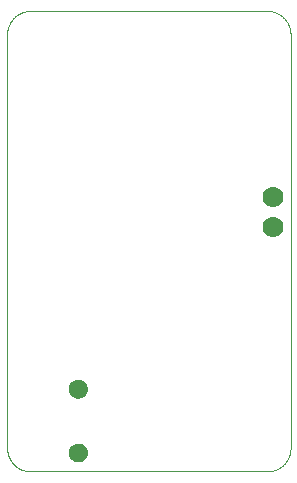
<source format=gbs>
G75*
%MOIN*%
%OFA0B0*%
%FSLAX25Y25*%
%IPPOS*%
%LPD*%
%AMOC8*
5,1,8,0,0,1.08239X$1,22.5*
%
%ADD10C,0.00000*%
%ADD11C,0.06306*%
%ADD12C,0.07000*%
D10*
X0009971Y0009124D02*
X0088711Y0009124D01*
X0088901Y0009126D01*
X0089091Y0009133D01*
X0089281Y0009145D01*
X0089471Y0009161D01*
X0089660Y0009181D01*
X0089849Y0009207D01*
X0090037Y0009236D01*
X0090224Y0009271D01*
X0090410Y0009310D01*
X0090595Y0009353D01*
X0090780Y0009401D01*
X0090963Y0009453D01*
X0091144Y0009509D01*
X0091324Y0009570D01*
X0091503Y0009636D01*
X0091680Y0009705D01*
X0091856Y0009779D01*
X0092029Y0009857D01*
X0092201Y0009940D01*
X0092370Y0010026D01*
X0092538Y0010116D01*
X0092703Y0010211D01*
X0092866Y0010309D01*
X0093026Y0010412D01*
X0093184Y0010518D01*
X0093339Y0010628D01*
X0093492Y0010741D01*
X0093642Y0010859D01*
X0093788Y0010980D01*
X0093932Y0011104D01*
X0094073Y0011232D01*
X0094211Y0011363D01*
X0094346Y0011498D01*
X0094477Y0011636D01*
X0094605Y0011777D01*
X0094729Y0011921D01*
X0094850Y0012067D01*
X0094968Y0012217D01*
X0095081Y0012370D01*
X0095191Y0012525D01*
X0095297Y0012683D01*
X0095400Y0012843D01*
X0095498Y0013006D01*
X0095593Y0013171D01*
X0095683Y0013339D01*
X0095769Y0013508D01*
X0095852Y0013680D01*
X0095930Y0013853D01*
X0096004Y0014029D01*
X0096073Y0014206D01*
X0096139Y0014385D01*
X0096200Y0014565D01*
X0096256Y0014746D01*
X0096308Y0014929D01*
X0096356Y0015114D01*
X0096399Y0015299D01*
X0096438Y0015485D01*
X0096473Y0015672D01*
X0096502Y0015860D01*
X0096528Y0016049D01*
X0096548Y0016238D01*
X0096564Y0016428D01*
X0096576Y0016618D01*
X0096583Y0016808D01*
X0096585Y0016998D01*
X0096585Y0154793D01*
X0096583Y0154983D01*
X0096576Y0155173D01*
X0096564Y0155363D01*
X0096548Y0155553D01*
X0096528Y0155742D01*
X0096502Y0155931D01*
X0096473Y0156119D01*
X0096438Y0156306D01*
X0096399Y0156492D01*
X0096356Y0156677D01*
X0096308Y0156862D01*
X0096256Y0157045D01*
X0096200Y0157226D01*
X0096139Y0157406D01*
X0096073Y0157585D01*
X0096004Y0157762D01*
X0095930Y0157938D01*
X0095852Y0158111D01*
X0095769Y0158283D01*
X0095683Y0158452D01*
X0095593Y0158620D01*
X0095498Y0158785D01*
X0095400Y0158948D01*
X0095297Y0159108D01*
X0095191Y0159266D01*
X0095081Y0159421D01*
X0094968Y0159574D01*
X0094850Y0159724D01*
X0094729Y0159870D01*
X0094605Y0160014D01*
X0094477Y0160155D01*
X0094346Y0160293D01*
X0094211Y0160428D01*
X0094073Y0160559D01*
X0093932Y0160687D01*
X0093788Y0160811D01*
X0093642Y0160932D01*
X0093492Y0161050D01*
X0093339Y0161163D01*
X0093184Y0161273D01*
X0093026Y0161379D01*
X0092866Y0161482D01*
X0092703Y0161580D01*
X0092538Y0161675D01*
X0092370Y0161765D01*
X0092201Y0161851D01*
X0092029Y0161934D01*
X0091856Y0162012D01*
X0091680Y0162086D01*
X0091503Y0162155D01*
X0091324Y0162221D01*
X0091144Y0162282D01*
X0090963Y0162338D01*
X0090780Y0162390D01*
X0090595Y0162438D01*
X0090410Y0162481D01*
X0090224Y0162520D01*
X0090037Y0162555D01*
X0089849Y0162584D01*
X0089660Y0162610D01*
X0089471Y0162630D01*
X0089281Y0162646D01*
X0089091Y0162658D01*
X0088901Y0162665D01*
X0088711Y0162667D01*
X0009971Y0162667D01*
X0009781Y0162665D01*
X0009591Y0162658D01*
X0009401Y0162646D01*
X0009211Y0162630D01*
X0009022Y0162610D01*
X0008833Y0162584D01*
X0008645Y0162555D01*
X0008458Y0162520D01*
X0008272Y0162481D01*
X0008087Y0162438D01*
X0007902Y0162390D01*
X0007719Y0162338D01*
X0007538Y0162282D01*
X0007358Y0162221D01*
X0007179Y0162155D01*
X0007002Y0162086D01*
X0006826Y0162012D01*
X0006653Y0161934D01*
X0006481Y0161851D01*
X0006312Y0161765D01*
X0006144Y0161675D01*
X0005979Y0161580D01*
X0005816Y0161482D01*
X0005656Y0161379D01*
X0005498Y0161273D01*
X0005343Y0161163D01*
X0005190Y0161050D01*
X0005040Y0160932D01*
X0004894Y0160811D01*
X0004750Y0160687D01*
X0004609Y0160559D01*
X0004471Y0160428D01*
X0004336Y0160293D01*
X0004205Y0160155D01*
X0004077Y0160014D01*
X0003953Y0159870D01*
X0003832Y0159724D01*
X0003714Y0159574D01*
X0003601Y0159421D01*
X0003491Y0159266D01*
X0003385Y0159108D01*
X0003282Y0158948D01*
X0003184Y0158785D01*
X0003089Y0158620D01*
X0002999Y0158452D01*
X0002913Y0158283D01*
X0002830Y0158111D01*
X0002752Y0157938D01*
X0002678Y0157762D01*
X0002609Y0157585D01*
X0002543Y0157406D01*
X0002482Y0157226D01*
X0002426Y0157045D01*
X0002374Y0156862D01*
X0002326Y0156677D01*
X0002283Y0156492D01*
X0002244Y0156306D01*
X0002209Y0156119D01*
X0002180Y0155931D01*
X0002154Y0155742D01*
X0002134Y0155553D01*
X0002118Y0155363D01*
X0002106Y0155173D01*
X0002099Y0154983D01*
X0002097Y0154793D01*
X0002097Y0016998D01*
X0002099Y0016808D01*
X0002106Y0016618D01*
X0002118Y0016428D01*
X0002134Y0016238D01*
X0002154Y0016049D01*
X0002180Y0015860D01*
X0002209Y0015672D01*
X0002244Y0015485D01*
X0002283Y0015299D01*
X0002326Y0015114D01*
X0002374Y0014929D01*
X0002426Y0014746D01*
X0002482Y0014565D01*
X0002543Y0014385D01*
X0002609Y0014206D01*
X0002678Y0014029D01*
X0002752Y0013853D01*
X0002830Y0013680D01*
X0002913Y0013508D01*
X0002999Y0013339D01*
X0003089Y0013171D01*
X0003184Y0013006D01*
X0003282Y0012843D01*
X0003385Y0012683D01*
X0003491Y0012525D01*
X0003601Y0012370D01*
X0003714Y0012217D01*
X0003832Y0012067D01*
X0003953Y0011921D01*
X0004077Y0011777D01*
X0004205Y0011636D01*
X0004336Y0011498D01*
X0004471Y0011363D01*
X0004609Y0011232D01*
X0004750Y0011104D01*
X0004894Y0010980D01*
X0005040Y0010859D01*
X0005190Y0010741D01*
X0005343Y0010628D01*
X0005498Y0010518D01*
X0005656Y0010412D01*
X0005816Y0010309D01*
X0005979Y0010211D01*
X0006144Y0010116D01*
X0006312Y0010026D01*
X0006481Y0009940D01*
X0006653Y0009857D01*
X0006826Y0009779D01*
X0007002Y0009705D01*
X0007179Y0009636D01*
X0007358Y0009570D01*
X0007538Y0009509D01*
X0007719Y0009453D01*
X0007902Y0009401D01*
X0008087Y0009353D01*
X0008272Y0009310D01*
X0008458Y0009271D01*
X0008645Y0009236D01*
X0008833Y0009207D01*
X0009022Y0009181D01*
X0009211Y0009161D01*
X0009401Y0009145D01*
X0009591Y0009133D01*
X0009781Y0009126D01*
X0009971Y0009124D01*
X0022766Y0015423D02*
X0022768Y0015531D01*
X0022774Y0015640D01*
X0022784Y0015748D01*
X0022798Y0015855D01*
X0022816Y0015962D01*
X0022837Y0016069D01*
X0022863Y0016174D01*
X0022893Y0016279D01*
X0022926Y0016382D01*
X0022963Y0016484D01*
X0023004Y0016584D01*
X0023048Y0016683D01*
X0023097Y0016781D01*
X0023148Y0016876D01*
X0023203Y0016969D01*
X0023262Y0017061D01*
X0023324Y0017150D01*
X0023389Y0017237D01*
X0023457Y0017321D01*
X0023528Y0017403D01*
X0023602Y0017482D01*
X0023679Y0017558D01*
X0023759Y0017632D01*
X0023842Y0017702D01*
X0023927Y0017770D01*
X0024014Y0017834D01*
X0024104Y0017895D01*
X0024196Y0017953D01*
X0024290Y0018007D01*
X0024386Y0018058D01*
X0024483Y0018105D01*
X0024583Y0018149D01*
X0024684Y0018189D01*
X0024786Y0018225D01*
X0024889Y0018257D01*
X0024994Y0018286D01*
X0025100Y0018310D01*
X0025206Y0018331D01*
X0025313Y0018348D01*
X0025421Y0018361D01*
X0025529Y0018370D01*
X0025638Y0018375D01*
X0025746Y0018376D01*
X0025855Y0018373D01*
X0025963Y0018366D01*
X0026071Y0018355D01*
X0026178Y0018340D01*
X0026285Y0018321D01*
X0026391Y0018298D01*
X0026496Y0018272D01*
X0026601Y0018241D01*
X0026703Y0018207D01*
X0026805Y0018169D01*
X0026905Y0018127D01*
X0027004Y0018082D01*
X0027101Y0018033D01*
X0027195Y0017980D01*
X0027288Y0017924D01*
X0027379Y0017865D01*
X0027468Y0017802D01*
X0027554Y0017737D01*
X0027638Y0017668D01*
X0027719Y0017596D01*
X0027797Y0017521D01*
X0027873Y0017443D01*
X0027946Y0017362D01*
X0028016Y0017279D01*
X0028082Y0017194D01*
X0028146Y0017106D01*
X0028206Y0017015D01*
X0028263Y0016923D01*
X0028316Y0016828D01*
X0028366Y0016732D01*
X0028412Y0016634D01*
X0028455Y0016534D01*
X0028494Y0016433D01*
X0028529Y0016330D01*
X0028561Y0016227D01*
X0028588Y0016122D01*
X0028612Y0016016D01*
X0028632Y0015909D01*
X0028648Y0015802D01*
X0028660Y0015694D01*
X0028668Y0015586D01*
X0028672Y0015477D01*
X0028672Y0015369D01*
X0028668Y0015260D01*
X0028660Y0015152D01*
X0028648Y0015044D01*
X0028632Y0014937D01*
X0028612Y0014830D01*
X0028588Y0014724D01*
X0028561Y0014619D01*
X0028529Y0014516D01*
X0028494Y0014413D01*
X0028455Y0014312D01*
X0028412Y0014212D01*
X0028366Y0014114D01*
X0028316Y0014018D01*
X0028263Y0013923D01*
X0028206Y0013831D01*
X0028146Y0013740D01*
X0028082Y0013652D01*
X0028016Y0013567D01*
X0027946Y0013484D01*
X0027873Y0013403D01*
X0027797Y0013325D01*
X0027719Y0013250D01*
X0027638Y0013178D01*
X0027554Y0013109D01*
X0027468Y0013044D01*
X0027379Y0012981D01*
X0027288Y0012922D01*
X0027196Y0012866D01*
X0027101Y0012813D01*
X0027004Y0012764D01*
X0026905Y0012719D01*
X0026805Y0012677D01*
X0026703Y0012639D01*
X0026601Y0012605D01*
X0026496Y0012574D01*
X0026391Y0012548D01*
X0026285Y0012525D01*
X0026178Y0012506D01*
X0026071Y0012491D01*
X0025963Y0012480D01*
X0025855Y0012473D01*
X0025746Y0012470D01*
X0025638Y0012471D01*
X0025529Y0012476D01*
X0025421Y0012485D01*
X0025313Y0012498D01*
X0025206Y0012515D01*
X0025100Y0012536D01*
X0024994Y0012560D01*
X0024889Y0012589D01*
X0024786Y0012621D01*
X0024684Y0012657D01*
X0024583Y0012697D01*
X0024483Y0012741D01*
X0024386Y0012788D01*
X0024290Y0012839D01*
X0024196Y0012893D01*
X0024104Y0012951D01*
X0024014Y0013012D01*
X0023927Y0013076D01*
X0023842Y0013144D01*
X0023759Y0013214D01*
X0023679Y0013288D01*
X0023602Y0013364D01*
X0023528Y0013443D01*
X0023457Y0013525D01*
X0023389Y0013609D01*
X0023324Y0013696D01*
X0023262Y0013785D01*
X0023203Y0013877D01*
X0023148Y0013970D01*
X0023097Y0014065D01*
X0023048Y0014163D01*
X0023004Y0014262D01*
X0022963Y0014362D01*
X0022926Y0014464D01*
X0022893Y0014567D01*
X0022863Y0014672D01*
X0022837Y0014777D01*
X0022816Y0014884D01*
X0022798Y0014991D01*
X0022784Y0015098D01*
X0022774Y0015206D01*
X0022768Y0015315D01*
X0022766Y0015423D01*
X0022766Y0036683D02*
X0022768Y0036791D01*
X0022774Y0036900D01*
X0022784Y0037008D01*
X0022798Y0037115D01*
X0022816Y0037222D01*
X0022837Y0037329D01*
X0022863Y0037434D01*
X0022893Y0037539D01*
X0022926Y0037642D01*
X0022963Y0037744D01*
X0023004Y0037844D01*
X0023048Y0037943D01*
X0023097Y0038041D01*
X0023148Y0038136D01*
X0023203Y0038229D01*
X0023262Y0038321D01*
X0023324Y0038410D01*
X0023389Y0038497D01*
X0023457Y0038581D01*
X0023528Y0038663D01*
X0023602Y0038742D01*
X0023679Y0038818D01*
X0023759Y0038892D01*
X0023842Y0038962D01*
X0023927Y0039030D01*
X0024014Y0039094D01*
X0024104Y0039155D01*
X0024196Y0039213D01*
X0024290Y0039267D01*
X0024386Y0039318D01*
X0024483Y0039365D01*
X0024583Y0039409D01*
X0024684Y0039449D01*
X0024786Y0039485D01*
X0024889Y0039517D01*
X0024994Y0039546D01*
X0025100Y0039570D01*
X0025206Y0039591D01*
X0025313Y0039608D01*
X0025421Y0039621D01*
X0025529Y0039630D01*
X0025638Y0039635D01*
X0025746Y0039636D01*
X0025855Y0039633D01*
X0025963Y0039626D01*
X0026071Y0039615D01*
X0026178Y0039600D01*
X0026285Y0039581D01*
X0026391Y0039558D01*
X0026496Y0039532D01*
X0026601Y0039501D01*
X0026703Y0039467D01*
X0026805Y0039429D01*
X0026905Y0039387D01*
X0027004Y0039342D01*
X0027101Y0039293D01*
X0027195Y0039240D01*
X0027288Y0039184D01*
X0027379Y0039125D01*
X0027468Y0039062D01*
X0027554Y0038997D01*
X0027638Y0038928D01*
X0027719Y0038856D01*
X0027797Y0038781D01*
X0027873Y0038703D01*
X0027946Y0038622D01*
X0028016Y0038539D01*
X0028082Y0038454D01*
X0028146Y0038366D01*
X0028206Y0038275D01*
X0028263Y0038183D01*
X0028316Y0038088D01*
X0028366Y0037992D01*
X0028412Y0037894D01*
X0028455Y0037794D01*
X0028494Y0037693D01*
X0028529Y0037590D01*
X0028561Y0037487D01*
X0028588Y0037382D01*
X0028612Y0037276D01*
X0028632Y0037169D01*
X0028648Y0037062D01*
X0028660Y0036954D01*
X0028668Y0036846D01*
X0028672Y0036737D01*
X0028672Y0036629D01*
X0028668Y0036520D01*
X0028660Y0036412D01*
X0028648Y0036304D01*
X0028632Y0036197D01*
X0028612Y0036090D01*
X0028588Y0035984D01*
X0028561Y0035879D01*
X0028529Y0035776D01*
X0028494Y0035673D01*
X0028455Y0035572D01*
X0028412Y0035472D01*
X0028366Y0035374D01*
X0028316Y0035278D01*
X0028263Y0035183D01*
X0028206Y0035091D01*
X0028146Y0035000D01*
X0028082Y0034912D01*
X0028016Y0034827D01*
X0027946Y0034744D01*
X0027873Y0034663D01*
X0027797Y0034585D01*
X0027719Y0034510D01*
X0027638Y0034438D01*
X0027554Y0034369D01*
X0027468Y0034304D01*
X0027379Y0034241D01*
X0027288Y0034182D01*
X0027196Y0034126D01*
X0027101Y0034073D01*
X0027004Y0034024D01*
X0026905Y0033979D01*
X0026805Y0033937D01*
X0026703Y0033899D01*
X0026601Y0033865D01*
X0026496Y0033834D01*
X0026391Y0033808D01*
X0026285Y0033785D01*
X0026178Y0033766D01*
X0026071Y0033751D01*
X0025963Y0033740D01*
X0025855Y0033733D01*
X0025746Y0033730D01*
X0025638Y0033731D01*
X0025529Y0033736D01*
X0025421Y0033745D01*
X0025313Y0033758D01*
X0025206Y0033775D01*
X0025100Y0033796D01*
X0024994Y0033820D01*
X0024889Y0033849D01*
X0024786Y0033881D01*
X0024684Y0033917D01*
X0024583Y0033957D01*
X0024483Y0034001D01*
X0024386Y0034048D01*
X0024290Y0034099D01*
X0024196Y0034153D01*
X0024104Y0034211D01*
X0024014Y0034272D01*
X0023927Y0034336D01*
X0023842Y0034404D01*
X0023759Y0034474D01*
X0023679Y0034548D01*
X0023602Y0034624D01*
X0023528Y0034703D01*
X0023457Y0034785D01*
X0023389Y0034869D01*
X0023324Y0034956D01*
X0023262Y0035045D01*
X0023203Y0035137D01*
X0023148Y0035230D01*
X0023097Y0035325D01*
X0023048Y0035423D01*
X0023004Y0035522D01*
X0022963Y0035622D01*
X0022926Y0035724D01*
X0022893Y0035827D01*
X0022863Y0035932D01*
X0022837Y0036037D01*
X0022816Y0036144D01*
X0022798Y0036251D01*
X0022784Y0036358D01*
X0022774Y0036466D01*
X0022768Y0036575D01*
X0022766Y0036683D01*
D11*
X0025719Y0036683D03*
X0025719Y0015423D03*
D12*
X0090680Y0090738D03*
X0090680Y0100738D03*
M02*

</source>
